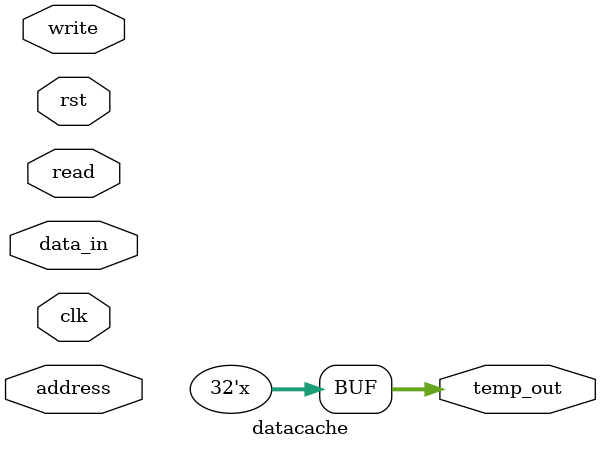
<source format=v>
`timescale 1ns / 1ps
module datacache(address, data_in, clk, rst, write, read, temp_out);

input [31:0] address;// 24-bit tag, 4-bit offset
input [31:0] data_in;
input clk,rst;
input write,read;
output [31:0] temp_out;

reg [31:0] pre_adr = 0;
reg [31:0] pre_data = 0;
reg [31:0] temp_out;

reg [31:0] cache_arr [0:15];
reg [31:0] mem_arr [0:255];
reg [0:0] v_arr [0:15];
reg [3:0] t_arr [0:15];

integer i;

always @(*)
begin 
	if(rst)
	begin
		for(i = 0; i<16; i = i+1)
		begin
			v_arr[i] <= 1'b0;
			t_arr[i] <= 5'b00000;
		end
	end
	else if(!rst && write)////write, which means sw
	begin
		begin
			mem_arr[pre_adr] <= data_in;
			v_arr[{pre_adr[7:4]}] <= 1;
			t_arr[{pre_adr[7:4]}] <= {pre_adr[31:8]};
			cache_arr[{pre_adr[7:4]}] <= pre_data;
		end
	end
	else if(!rst && read)//read, which means lw
	begin
		begin	
		if(v_arr[{pre_adr[7:4]}] == 1)
			begin
				if( t_arr[{pre_adr[7:4]}] == {pre_adr[31:8]})
				temp_out <= cache_arr[{pre_adr[7:4]}];
				else 
				begin
					cache_arr[{pre_adr[7:4]}] <= mem_arr[pre_adr];
					temp_out <= mem_arr[pre_adr];
				end
			end
		else
			begin
				cache_arr[{pre_adr[7:4]}] <= mem_arr[pre_adr];
				temp_out <= mem_arr[pre_adr];
			end
	
		end
	end
	else
	begin
		pre_adr <= address;
		pre_data <= data_in;
	end
end
endmodule
			












	 

</source>
